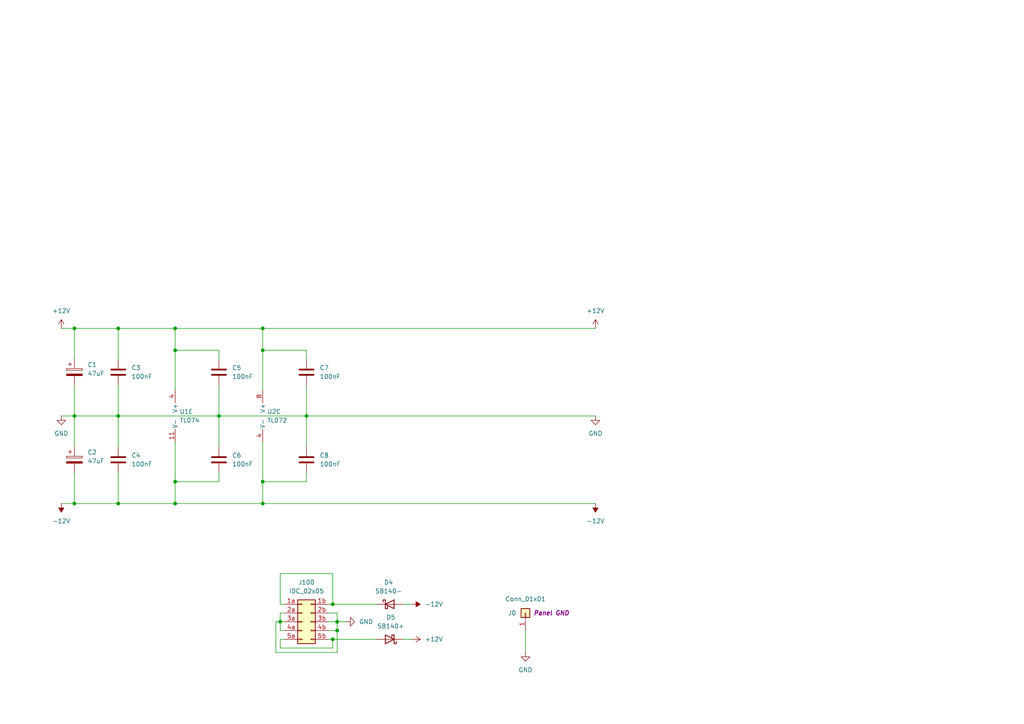
<source format=kicad_sch>
(kicad_sch (version 20231120) (generator "eeschema") (generator_version "8.0")
  (paper "A4")
  (title_block (title "Power Distribution") (company "DMH Instruments") (comment 1 "PCB for 5 cm Kosmo format synthesizer module"))
  (lib_symbols
    (symbol "Amplifier_Operational:TL072" (pin_names (offset 0.127))
      (property "Reference" "U" (at 0 5.08 0))
      (property "Value" "TL072" (at 0 -5.08 0))
      (symbol "TL072_1_1"
        (polyline (pts (xy -5.08 5.08) (xy 5.08 0) (xy -5.08 -5.08) (xy -5.08 5.08)) (stroke (width 0.254)) (fill (type background)))
        (pin output line (at 7.62 0 180) (length 2.54) (name "~") (number "1"))
        (pin input line (at -7.62 -2.54 0) (length 2.54) (name "-") (number "2"))
        (pin input line (at -7.62 2.54 0) (length 2.54) (name "+") (number "3"))
      )
      (symbol "TL072_2_1"
        (polyline (pts (xy -5.08 5.08) (xy 5.08 0) (xy -5.08 -5.08) (xy -5.08 5.08)) (stroke (width 0.254)) (fill (type background)))
        (pin input line (at -7.62 2.54 0) (length 2.54) (name "+") (number "5"))
        (pin input line (at -7.62 -2.54 0) (length 2.54) (name "-") (number "6"))
        (pin output line (at 7.62 0 180) (length 2.54) (name "~") (number "7"))
      )
      (symbol "TL072_3_1"
        (pin power_in line (at -2.54 -7.62 90) (length 3.81) (name "V-") (number "4"))
        (pin power_in line (at -2.54 7.62 270) (length 3.81) (name "V+") (number "8"))
      )
    )
    (symbol "Amplifier_Operational:TL074" (pin_names (offset 0.127))
      (property "Reference" "U" (at 0 5.08 0))
      (property "Value" "TL074" (at 0 -5.08 0))
      (symbol "TL074_1_1"
        (polyline (pts (xy -5.08 5.08) (xy 5.08 0) (xy -5.08 -5.08) (xy -5.08 5.08)) (stroke (width 0.254)) (fill (type background)))
        (pin output line (at 7.62 0 180) (length 2.54) (name "~") (number "1"))
        (pin input line (at -7.62 -2.54 0) (length 2.54) (name "-") (number "2"))
        (pin input line (at -7.62 2.54 0) (length 2.54) (name "+") (number "3"))
      )
      (symbol "TL074_2_1"
        (polyline (pts (xy -5.08 5.08) (xy 5.08 0) (xy -5.08 -5.08) (xy -5.08 5.08)) (stroke (width 0.254)) (fill (type background)))
        (pin input line (at -7.62 2.54 0) (length 2.54) (name "+") (number "5"))
        (pin input line (at -7.62 -2.54 0) (length 2.54) (name "-") (number "6"))
        (pin output line (at 7.62 0 180) (length 2.54) (name "~") (number "7"))
      )
      (symbol "TL074_3_1"
        (polyline (pts (xy -5.08 5.08) (xy 5.08 0) (xy -5.08 -5.08) (xy -5.08 5.08)) (stroke (width 0.254)) (fill (type background)))
        (pin input line (at -7.62 2.54 0) (length 2.54) (name "+") (number "10"))
        (pin output line (at 7.62 0 180) (length 2.54) (name "~") (number "8"))
        (pin input line (at -7.62 -2.54 0) (length 2.54) (name "-") (number "9"))
      )
      (symbol "TL074_4_1"
        (polyline (pts (xy -5.08 5.08) (xy 5.08 0) (xy -5.08 -5.08) (xy -5.08 5.08)) (stroke (width 0.254)) (fill (type background)))
        (pin input line (at -7.62 2.54 0) (length 2.54) (name "+") (number "12"))
        (pin input line (at -7.62 -2.54 0) (length 2.54) (name "-") (number "13"))
        (pin output line (at 7.62 0 180) (length 2.54) (name "~") (number "14"))
      )
      (symbol "TL074_5_1"
        (pin power_in line (at -2.54 -7.62 90) (length 3.81) (name "V-") (number "11"))
        (pin power_in line (at -2.54 7.62 270) (length 3.81) (name "V+") (number "4"))
      )
    )
    (symbol "Connector_Generic:Conn_01x01" (pin_names (offset 1.016) hide)
      (property "Reference" "J" (at 0 2.54 0))
      (property "Value" "Conn_01x01" (at 0 -2.54 0))
      (symbol "Conn_01x01_1_1"
        (rectangle (start -1.27 0.127) (end 0 -0.127) (stroke (width 0.1524)))
        (rectangle (start -1.27 1.27) (end 1.27 -1.27) (stroke (width 0.254)) (fill (type background)))
        (pin passive line (at -5.08 0 0) (length 3.81) (name "Pin_1") (number "1"))
      )
    )
    (symbol "Device:C" (pin_numbers hide) (pin_names (offset 0.254))
      (property "Reference" "C" (at 0.635 2.54 0))
      (property "Value" "C" (at 0.635 -2.54 0))
      (symbol "C_0_1"
        (polyline (pts (xy -2.032 -0.762) (xy 2.032 -0.762)) (stroke (width 0.508)))
        (polyline (pts (xy -2.032 0.762) (xy 2.032 0.762)) (stroke (width 0.508)))
      )
      (symbol "C_1_1"
        (pin passive line (at 0 3.81 270) (length 2.794) (name "~") (number "1"))
        (pin passive line (at 0 -3.81 90) (length 2.794) (name "~") (number "2"))
      )
    )
    (symbol "Device:C_Polarized" (pin_numbers hide) (pin_names (offset 0.254))
      (property "Reference" "C" (at 0.635 2.54 0))
      (property "Value" "C_Polarized" (at 0.635 -2.54 0))
      (symbol "C_Polarized_0_1"
        (rectangle (start -2.286 0.508) (end 2.286 1.016))
        (polyline (pts (xy -1.778 2.286) (xy -0.762 2.286)))
        (polyline (pts (xy -1.27 2.794) (xy -1.27 1.778)))
        (rectangle (start 2.286 -0.508) (end -2.286 -1.016) (fill (type outline)))
      )
      (symbol "C_Polarized_1_1"
        (pin passive line (at 0 3.81 270) (length 2.794) (name "~") (number "1"))
        (pin passive line (at 0 -3.81 90) (length 2.794) (name "~") (number "2"))
      )
    )
    (symbol "SynthStuff:Eurorack_Power_Connector_10Pin" (pin_names (offset 1.016) hide)
      (property "Reference" "J" (at 0 -10.922 0))
      (property "Value" "IDC_02x05" (at 0 -8.382 0))
      (symbol "Eurorack_Power_Connector_10Pin_1_1"
        (rectangle (start -2.54 -4.953) (end -1.27 -5.207) (stroke (width 0.1524)))
        (rectangle (start -2.54 -2.413) (end -1.27 -2.667) (stroke (width 0.1524)))
        (rectangle (start -2.54 0.127) (end -1.27 -0.127) (stroke (width 0.1524)))
        (rectangle (start -2.54 2.667) (end -1.27 2.413) (stroke (width 0.1524)))
        (rectangle (start -2.54 5.207) (end -1.27 4.953) (stroke (width 0.1524)))
        (rectangle (start -2.54 6.35) (end 2.54 -6.35) (stroke (width 0.254)) (fill (type background)))
        (rectangle (start 2.54 -4.953) (end 1.27 -5.207) (stroke (width 0.1524)))
        (rectangle (start 2.54 -2.413) (end 1.27 -2.667) (stroke (width 0.1524)))
        (rectangle (start 2.54 0.127) (end 1.27 -0.127) (stroke (width 0.1524)))
        (rectangle (start 2.54 2.667) (end 1.27 2.413) (stroke (width 0.1524)))
        (rectangle (start 2.54 5.207) (end 1.27 4.953) (stroke (width 0.1524)))
        (pin power_out line (at -6.35 5.08 0) (length 3.81) (name "Pin_1a") (number "1a"))
        (pin passive line (at 6.35 5.08 180) (length 3.81) (name "Pin_1b") (number "1b"))
        (pin power_out line (at -6.35 2.54 0) (length 3.81) (name "Pin_2a") (number "2a"))
        (pin passive line (at 6.35 2.54 180) (length 3.81) (name "Pin_2b") (number "2b"))
        (pin passive line (at -6.35 0 0) (length 3.81) (name "Pin_3a") (number "3a"))
        (pin passive line (at 6.35 0 180) (length 3.81) (name "Pin_3b") (number "3b"))
        (pin passive line (at -6.35 -2.54 0) (length 3.81) (name "Pin_4a") (number "4a"))
        (pin passive line (at 6.35 -2.54 180) (length 3.81) (name "Pin_4b") (number "4b"))
        (pin power_out line (at -6.35 -5.08 0) (length 3.81) (name "Pin_5a") (number "5a"))
        (pin passive line (at 6.35 -5.08 180) (length 3.81) (name "Pin_5b") (number "5b"))
      )
    )
    (symbol "SynthStuff:Power_Bus_Schotty_+" (pin_numbers hide) (pin_names (offset 1.016) hide)
      (property "Reference" "D" (at 0 2.54 0))
      (property "Value" "SB140+" (at 0 -2.54 0))
      (symbol "Power_Bus_Schotty_+_0_1"
        (polyline (pts (xy 1.27 0) (xy -1.27 0)))
        (polyline (pts (xy 1.27 1.27) (xy 1.27 -1.27) (xy -1.27 0) (xy 1.27 1.27)) (stroke (width 0.254)))
        (polyline (pts (xy -1.905 0.635) (xy -1.905 1.27) (xy -1.27 1.27) (xy -1.27 -1.27) (xy -0.635 -1.27) (xy -0.635 -0.635)) (stroke (width 0.254)))
      )
      (symbol "Power_Bus_Schotty_+_1_1"
        (pin power_out line (at -3.81 0 0) (length 2.54) (name "K") (number "1"))
        (pin power_in line (at 3.81 0 180) (length 2.54) (name "A") (number "2"))
      )
    )
    (symbol "SynthStuff:Power_Bus_Schotty_-" (pin_numbers hide) (pin_names (offset 1.016) hide)
      (property "Reference" "D" (at 0 2.54 0))
      (property "Value" "SB140-" (at 0 -2.54 0))
      (symbol "Power_Bus_Schotty_-_0_1"
        (polyline (pts (xy 1.27 0) (xy -1.27 0)))
        (polyline (pts (xy 1.27 1.27) (xy 1.27 -1.27) (xy -1.27 0) (xy 1.27 1.27)) (stroke (width 0.254)))
        (polyline (pts (xy -1.905 0.635) (xy -1.905 1.27) (xy -1.27 1.27) (xy -1.27 -1.27) (xy -0.635 -1.27) (xy -0.635 -0.635)) (stroke (width 0.254)))
      )
      (symbol "Power_Bus_Schotty_-_1_1"
        (pin power_in line (at -3.81 0 0) (length 2.54) (name "K") (number "1"))
        (pin power_out line (at 3.81 0 180) (length 2.54) (name "A") (number "2"))
      )
    )
    (symbol "power:+12V" (power) (pin_numbers hide) (pin_names (offset 0) hide)
      (property "Value" "+12V" (at 0 3.556 0))
      (symbol "+12V_0_1"
        (polyline (pts (xy -0.762 1.27) (xy 0 2.54)))
        (polyline (pts (xy 0 0) (xy 0 2.54)))
        (polyline (pts (xy 0 2.54) (xy 0.762 1.27)))
      )
      (symbol "+12V_1_1"
        (pin power_in line (at 0 0 90) (length 0) (name "~") (number "1"))
      )
    )
    (symbol "power:-12V" (power) (pin_numbers hide) (pin_names (offset 0) hide)
      (property "Value" "-12V" (at 0 3.556 0))
      (symbol "-12V_0_0"
        (pin power_in line (at 0 0 90) (length 0) (name "~") (number "1"))
      )
      (symbol "-12V_0_1"
        (polyline (pts (xy 0 0) (xy 0 1.27) (xy 0.762 1.27) (xy 0 2.54) (xy -0.762 1.27) (xy 0 1.27)) (fill (type outline)))
      )
    )
    (symbol "power:GND" (power) (pin_numbers hide) (pin_names (offset 0) hide)
      (property "Value" "GND" (at 0 -3.81 0))
      (symbol "GND_0_1"
        (polyline (pts (xy 0 0) (xy 0 -1.27) (xy 1.27 -1.27) (xy 0 -2.54) (xy -1.27 -1.27) (xy 0 -1.27)))
      )
      (symbol "GND_1_1"
        (pin power_in line (at 0 0 270) (length 0) (name "~") (number "1"))
      )
    )
  )
  (junction (at 76.2 101.6))
  (junction (at 81.28 180.34))
  (junction (at 97.79 180.34))
  (junction (at 34.29 146.05))
  (junction (at 21.59 95.25))
  (junction (at 50.8 101.6))
  (junction (at 34.29 95.25))
  (junction (at 50.8 95.25))
  (junction (at 50.8 139.7))
  (junction (at 96.52 175.26))
  (junction (at 97.79 182.88))
  (junction (at 50.8 146.05))
  (junction (at 21.59 146.05))
  (junction (at 76.2 146.05))
  (junction (at 96.52 185.42))
  (junction (at 76.2 139.7))
  (junction (at 21.59 120.65))
  (junction (at 34.29 120.65))
  (junction (at 88.9 120.65))
  (junction (at 76.2 95.25))
  (junction (at 63.5 120.65))
  (wire (pts (xy 88.9 139.7) (xy 76.2 139.7)))
  (wire (pts (xy 96.52 175.26) (xy 109.22 175.26)))
  (wire (pts (xy 81.28 166.37) (xy 96.52 166.37)))
  (wire (pts (xy 88.9 111.76) (xy 88.9 120.65)))
  (wire (pts (xy 81.28 180.34) (xy 80.01 180.34)))
  (wire (pts (xy 95.25 185.42) (xy 96.52 185.42)))
  (wire (pts (xy 17.78 120.65) (xy 21.59 120.65)))
  (wire (pts (xy 50.8 101.6) (xy 63.5 101.6)))
  (wire (pts (xy 21.59 120.65) (xy 34.29 120.65)))
  (wire (pts (xy 81.28 177.8) (xy 82.55 177.8)))
  (wire (pts (xy 21.59 146.05) (xy 34.29 146.05)))
  (wire (pts (xy 95.25 180.34) (xy 97.79 180.34)))
  (wire (pts (xy 97.79 189.23) (xy 97.79 182.88)))
  (wire (pts (xy 88.9 120.65) (xy 88.9 129.54)))
  (wire (pts (xy 88.9 101.6) (xy 76.2 101.6)))
  (wire (pts (xy 116.84 185.42) (xy 119.38 185.42)))
  (wire (pts (xy 76.2 128.27) (xy 76.2 139.7)))
  (wire (pts (xy 82.55 182.88) (xy 81.28 182.88)))
  (wire (pts (xy 88.9 120.65) (xy 172.72 120.65)))
  (wire (pts (xy 81.28 175.26) (xy 81.28 166.37)))
  (wire (pts (xy 21.59 95.25) (xy 21.59 104.14)))
  (wire (pts (xy 34.29 95.25) (xy 50.8 95.25)))
  (wire (pts (xy 96.52 166.37) (xy 96.52 175.26)))
  (wire (pts (xy 17.78 95.25) (xy 21.59 95.25)))
  (wire (pts (xy 76.2 101.6) (xy 76.2 113.03)))
  (wire (pts (xy 152.4 182.88) (xy 152.4 189.23)))
  (wire (pts (xy 81.28 182.88) (xy 81.28 180.34)))
  (wire (pts (xy 50.8 146.05) (xy 76.2 146.05)))
  (wire (pts (xy 50.8 139.7) (xy 50.8 146.05)))
  (wire (pts (xy 76.2 95.25) (xy 172.72 95.25)))
  (wire (pts (xy 76.2 146.05) (xy 172.72 146.05)))
  (wire (pts (xy 21.59 95.25) (xy 34.29 95.25)))
  (wire (pts (xy 50.8 95.25) (xy 76.2 95.25)))
  (wire (pts (xy 50.8 128.27) (xy 50.8 139.7)))
  (wire (pts (xy 34.29 95.25) (xy 34.29 104.14)))
  (wire (pts (xy 82.55 175.26) (xy 81.28 175.26)))
  (wire (pts (xy 97.79 177.8) (xy 97.79 180.34)))
  (wire (pts (xy 21.59 111.76) (xy 21.59 120.65)))
  (wire (pts (xy 63.5 111.76) (xy 63.5 120.65)))
  (wire (pts (xy 82.55 185.42) (xy 81.28 185.42)))
  (wire (pts (xy 116.84 175.26) (xy 119.38 175.26)))
  (wire (pts (xy 21.59 120.65) (xy 21.59 129.54)))
  (wire (pts (xy 81.28 185.42) (xy 81.28 187.96)))
  (wire (pts (xy 95.25 182.88) (xy 97.79 182.88)))
  (wire (pts (xy 95.25 177.8) (xy 97.79 177.8)))
  (wire (pts (xy 88.9 104.14) (xy 88.9 101.6)))
  (wire (pts (xy 34.29 120.65) (xy 63.5 120.65)))
  (wire (pts (xy 81.28 180.34) (xy 82.55 180.34)))
  (wire (pts (xy 34.29 137.16) (xy 34.29 146.05)))
  (wire (pts (xy 81.28 187.96) (xy 96.52 187.96)))
  (wire (pts (xy 97.79 180.34) (xy 100.33 180.34)))
  (wire (pts (xy 34.29 111.76) (xy 34.29 120.65)))
  (wire (pts (xy 76.2 95.25) (xy 76.2 101.6)))
  (wire (pts (xy 80.01 189.23) (xy 97.79 189.23)))
  (wire (pts (xy 63.5 120.65) (xy 63.5 129.54)))
  (wire (pts (xy 88.9 137.16) (xy 88.9 139.7)))
  (wire (pts (xy 63.5 104.14) (xy 63.5 101.6)))
  (wire (pts (xy 50.8 101.6) (xy 50.8 113.03)))
  (wire (pts (xy 80.01 180.34) (xy 80.01 189.23)))
  (wire (pts (xy 50.8 139.7) (xy 63.5 139.7)))
  (wire (pts (xy 21.59 137.16) (xy 21.59 146.05)))
  (wire (pts (xy 96.52 187.96) (xy 96.52 185.42)))
  (wire (pts (xy 97.79 182.88) (xy 97.79 180.34)))
  (wire (pts (xy 17.78 146.05) (xy 21.59 146.05)))
  (wire (pts (xy 81.28 180.34) (xy 81.28 177.8)))
  (wire (pts (xy 95.25 175.26) (xy 96.52 175.26)))
  (wire (pts (xy 76.2 139.7) (xy 76.2 146.05)))
  (wire (pts (xy 63.5 120.65) (xy 88.9 120.65)))
  (wire (pts (xy 96.52 185.42) (xy 109.22 185.42)))
  (wire (pts (xy 34.29 120.65) (xy 34.29 129.54)))
  (wire (pts (xy 34.29 146.05) (xy 50.8 146.05)))
  (wire (pts (xy 63.5 137.16) (xy 63.5 139.7)))
  (wire (pts (xy 50.8 95.25) (xy 50.8 101.6)))
  (symbol (lib_id "Device:C") (at 34.29 107.95 0) (unit 1)
    (property "Reference" "C3" (at 38.1 106.6799 0) (effects (justify left)))
    (property "Value" "100nF" (at 38.1 109.2199 0) (effects (justify left)))
    (property "Footprint" "Capacitor_THT:C_Disc_D4.3mm_W1.9mm_P5.00mm" (effects (hide yes)))
    (property "Description" "Unpolarized capacitor" (effects (hide yes)))
  )
  (symbol (lib_id "Amplifier_Operational:TL074") (at 53.34 120.65 0) (unit 5)
    (property "Reference" "U1" (at 52.07 119.3799 0) (effects (justify left)))
    (property "Value" "TL074" (at 52.07 121.9199 0) (effects (justify left)))
    (property "Footprint" "Package_DIP:DIP-14_W7.62mm_Socket" (effects (hide yes)))
    (property "Datasheet" "http://www.ti.com/lit/ds/symlink/tl071.pdf" (effects (hide yes)))
    (property "Description" "Quad Low-Noise JFET-Input Operational Amplifiers, DIP-14/SOIC-14" (effects (hide yes)))
  )
  (symbol (lib_id "Device:C_Polarized") (at 21.59 133.35 0) (unit 1)
    (property "Reference" "C2" (at 25.4 131.1909 0) (effects (justify left)))
    (property "Value" "47uF" (at 25.4 133.7309 0) (effects (justify left)))
    (property "Footprint" "Capacitor_THT:CP_Radial_D5.0mm_P2.00mm" (effects (hide yes)))
    (property "Description" "Polarized capacitor" (effects (hide yes)))
  )
  (symbol (lib_id "Connector_Generic:Conn_01x01") (at 152.4 177.8 90) (unit 1)
    (property "Reference" "J0" (at 147.32 177.8 90) (effects (justify right)))
    (property "Value" "Conn_01x01" (at 152.4 173.736 90))
    (property "Footprint" "Connector_PinHeader_2.54mm:PinHeader_1x01_P2.54mm_Vertical" (effects (hide yes)))
    (property "Description" "Generic connector, single row, 01x01, script generated (kicad-library-utils/schlib/autogen/connector/)" (effects (hide yes)))
    (property "Function" "Panel GND" (at 160.02 177.8 90) (effects (font (thickness 0.254) (bold yes) (italic yes))))
  )
  (symbol (lib_id "power:+12V") (at 17.78 95.25 0) (unit 1)
    (property "Reference" "#PWR013" (effects (hide yes)))
    (property "Value" "+12V" (at 17.78 90.17 0))
    (property "Description" "Power symbol creates a global label with name \"+12V\"" (effects (hide yes)))
  )
  (symbol (lib_id "power:-12V") (at 119.38 175.26 270) (unit 1)
    (property "Reference" "#PWR05" (effects (hide yes)))
    (property "Value" "-12V" (at 123.19 175.2599 90) (effects (justify left)))
    (property "Description" "Power symbol creates a global label with name \"-12V\"" (effects (hide yes)))
  )
  (symbol (lib_id "power:-12V") (at 17.78 146.05 180) (unit 1)
    (property "Reference" "#PWR017" (effects (hide yes)))
    (property "Value" "-12V" (at 17.78 151.13 0))
    (property "Description" "Power symbol creates a global label with name \"-12V\"" (effects (hide yes)))
  )
  (symbol (lib_id "SynthStuff:Eurorack_Power_Connector_10Pin") (at 88.9 180.34 0) (unit 1)
    (property "Reference" "J100" (at 88.9 168.91 0))
    (property "Value" "IDC_02x05" (at 88.9 171.45 0))
    (property "Footprint" "SynthStuff:IDC-Header_2x05_P2.54mm_Vertical_Eurorack" (effects (hide yes)))
    (property "Description" "IDC jack, 2x5 pins, row a carries same signals as row b." (effects (hide yes)))
  )
  (symbol (lib_id "power:GND") (at 152.4 189.23 0) (unit 1)
    (property "Reference" "#PWR08" (effects (hide yes)))
    (property "Value" "GND" (at 152.4 194.31 0))
    (property "Description" "Power symbol creates a global label with name \"GND\" , ground" (effects (hide yes)))
  )
  (symbol (lib_id "Device:C") (at 34.29 133.35 0) (unit 1)
    (property "Reference" "C4" (at 38.1 132.0799 0) (effects (justify left)))
    (property "Value" "100nF" (at 38.1 134.6199 0) (effects (justify left)))
    (property "Footprint" "Capacitor_THT:C_Disc_D4.3mm_W1.9mm_P5.00mm" (effects (hide yes)))
    (property "Description" "Unpolarized capacitor" (effects (hide yes)))
  )
  (symbol (lib_id "Device:C") (at 88.9 107.95 0) (unit 1)
    (property "Reference" "C7" (at 92.71 106.6799 0) (effects (justify left)))
    (property "Value" "100nF" (at 92.71 109.2199 0) (effects (justify left)))
    (property "Footprint" "Capacitor_THT:C_Disc_D4.3mm_W1.9mm_P5.00mm" (effects (hide yes)))
    (property "Description" "Unpolarized capacitor" (effects (hide yes)))
  )
  (symbol (lib_id "power:GND") (at 17.78 120.65 0) (unit 1)
    (property "Reference" "#PWR015" (effects (hide yes)))
    (property "Value" "GND" (at 17.78 125.73 0))
    (property "Description" "Power symbol creates a global label with name \"GND\" , ground" (effects (hide yes)))
  )
  (symbol (lib_id "power:+12V") (at 172.72 95.25 0) (unit 1)
    (property "Reference" "#PWR014" (effects (hide yes)))
    (property "Value" "+12V" (at 172.72 90.17 0))
    (property "Description" "Power symbol creates a global label with name \"+12V\"" (effects (hide yes)))
  )
  (symbol (lib_id "power:GND") (at 172.72 120.65 0) (unit 1)
    (property "Reference" "#PWR016" (effects (hide yes)))
    (property "Value" "GND" (at 172.72 125.73 0))
    (property "Description" "Power symbol creates a global label with name \"GND\" , ground" (effects (hide yes)))
  )
  (symbol (lib_id "SynthStuff:Power_Bus_Schotty_+") (at 113.03 185.42 180) (unit 1)
    (property "Reference" "D5" (at 113.3475 179.07 0))
    (property "Value" "SB140+" (at 113.3475 181.61 0))
    (property "Footprint" "Diode_THT:D_DO-41_SOD81_P10.16mm_Horizontal" (effects (hide yes)))
    (property "Datasheet" "http://www.diodes.com/_files/datasheets/ds23022.pdf" (effects (hide yes)))
    (property "Description" "40V 1A Schottky Barrier Rectifier Diode, DO-41" (effects (hide yes)))
  )
  (symbol (lib_id "Device:C") (at 88.9 133.35 0) (unit 1)
    (property "Reference" "C8" (at 92.71 132.0799 0) (effects (justify left)))
    (property "Value" "100nF" (at 92.71 134.6199 0) (effects (justify left)))
    (property "Footprint" "Capacitor_THT:C_Disc_D4.3mm_W1.9mm_P5.00mm" (effects (hide yes)))
    (property "Description" "Unpolarized capacitor" (effects (hide yes)))
  )
  (symbol (lib_id "Amplifier_Operational:TL072") (at 78.74 120.65 0) (unit 3)
    (property "Reference" "U2" (at 77.47 119.3799 0) (effects (justify left)))
    (property "Value" "TL072" (at 77.47 121.9199 0) (effects (justify left)))
    (property "Footprint" "Package_DIP:DIP-8_W7.62mm_Socket" (effects (hide yes)))
    (property "Datasheet" "http://www.ti.com/lit/ds/symlink/tl071.pdf" (effects (hide yes)))
    (property "Description" "Dual Low-Noise JFET-Input Operational Amplifiers, DIP-8/SOIC-8" (effects (hide yes)))
  )
  (symbol (lib_id "power:+12V") (at 119.38 185.42 270) (unit 1)
    (property "Reference" "#PWR06" (effects (hide yes)))
    (property "Value" "+12V" (at 123.19 185.4199 90) (effects (justify left)))
    (property "Description" "Power symbol creates a global label with name \"+12V\"" (effects (hide yes)))
  )
  (symbol (lib_id "Device:C_Polarized") (at 21.59 107.95 0) (unit 1)
    (property "Reference" "C1" (at 25.4 105.7909 0) (effects (justify left)))
    (property "Value" "47uF" (at 25.4 108.3309 0) (effects (justify left)))
    (property "Footprint" "Capacitor_THT:CP_Radial_D5.0mm_P2.00mm" (effects (hide yes)))
    (property "Description" "Polarized capacitor" (effects (hide yes)))
  )
  (symbol (lib_id "Device:C") (at 63.5 107.95 0) (unit 1)
    (property "Reference" "C5" (at 67.31 106.6799 0) (effects (justify left)))
    (property "Value" "100nF" (at 67.31 109.2199 0) (effects (justify left)))
    (property "Footprint" "Capacitor_THT:C_Disc_D4.3mm_W1.9mm_P5.00mm" (effects (hide yes)))
    (property "Description" "Unpolarized capacitor" (effects (hide yes)))
  )
  (symbol (lib_id "power:-12V") (at 172.72 146.05 180) (unit 1)
    (property "Reference" "#PWR018" (effects (hide yes)))
    (property "Value" "-12V" (at 172.72 151.13 0))
    (property "Description" "Power symbol creates a global label with name \"-12V\"" (effects (hide yes)))
  )
  (symbol (lib_id "SynthStuff:Power_Bus_Schotty_-") (at 113.03 175.26 0) (unit 1)
    (property "Reference" "D4" (at 112.7125 168.91 0))
    (property "Value" "SB140-" (at 112.7125 171.45 0))
    (property "Footprint" "Diode_THT:D_DO-41_SOD81_P10.16mm_Horizontal" (effects (hide yes)))
    (property "Datasheet" "http://www.diodes.com/_files/datasheets/ds23022.pdf" (effects (hide yes)))
    (property "Description" "40V 1A Schottky Barrier Rectifier Diode, DO-41" (effects (hide yes)))
  )
  (symbol (lib_id "Device:C") (at 63.5 133.35 0) (unit 1)
    (property "Reference" "C6" (at 67.31 132.0799 0) (effects (justify left)))
    (property "Value" "100nF" (at 67.31 134.6199 0) (effects (justify left)))
    (property "Footprint" "Capacitor_THT:C_Disc_D4.3mm_W1.9mm_P5.00mm" (effects (hide yes)))
    (property "Description" "Unpolarized capacitor" (effects (hide yes)))
  )
  (symbol (lib_id "power:GND") (at 100.33 180.34 90) (unit 1)
    (property "Reference" "#PWR07" (effects (hide yes)))
    (property "Value" "GND" (at 104.14 180.3399 90) (effects (justify right)))
    (property "Description" "Power symbol creates a global label with name \"GND\" , ground" (effects (hide yes)))
  )
)
</source>
